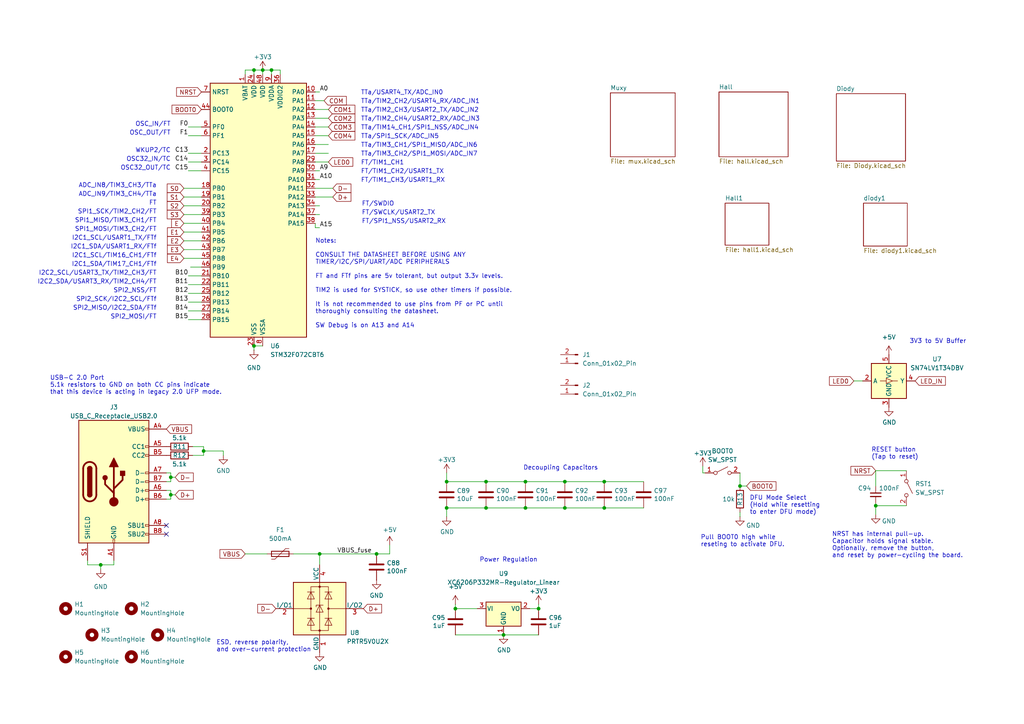
<source format=kicad_sch>
(kicad_sch (version 20231120) (generator "eeschema") (generator_version "8.0")
  (paper "A4")
  (lib_symbols
    (symbol "+5V_1" (power) (pin_names (offset 0))
      (property "Value" "+5V_1" (at 0 3.556 0))
      (symbol "+5V_1_0_1"
        (polyline (pts (xy -0.762 1.27) (xy 0 2.54)))
        (polyline (pts (xy 0 0) (xy 0 2.54)))
        (polyline (pts (xy 0 2.54) (xy 0.762 1.27)))
      )
      (symbol "+5V_1_1_1"
        (pin power_in line (at 0 0 90) (length 0) hide (name "+5V") (number "1"))
      )
    )
    (symbol "Connector:Conn_01x02_Pin" (pin_names (offset 1.016) hide)
      (property "Reference" "J" (at 0 2.54 0))
      (property "Value" "Conn_01x02_Pin" (at 0 -5.08 0))
      (symbol "Conn_01x02_Pin_1_1"
        (polyline (pts (xy 1.27 -2.54) (xy 0.8636 -2.54)) (stroke (width 0.1524)))
        (polyline (pts (xy 1.27 0) (xy 0.8636 0)) (stroke (width 0.1524)))
        (rectangle (start 0.8636 -2.413) (end 0 -2.667) (stroke (width 0.1524)) (fill (type outline)))
        (rectangle (start 0.8636 0.127) (end 0 -0.127) (stroke (width 0.1524)) (fill (type outline)))
        (pin passive line (at 5.08 0 180) (length 3.81) (name "Pin_1") (number "1"))
        (pin passive line (at 5.08 -2.54 180) (length 3.81) (name "Pin_2") (number "2"))
      )
    )
    (symbol "Connector:USB_C_Receptacle_USB2.0" (pin_names (offset 1.016))
      (property "Reference" "J" (at -10.16 19.05 0))
      (property "Value" "USB_C_Receptacle_USB2.0" (at 19.05 19.05 0))
      (symbol "USB_C_Receptacle_USB2.0_0_0"
        (rectangle (start -0.254 -17.78) (end 0.254 -16.764))
        (rectangle (start 10.16 -14.986) (end 9.144 -15.494))
        (rectangle (start 10.16 -12.446) (end 9.144 -12.954))
        (rectangle (start 10.16 -4.826) (end 9.144 -5.334))
        (rectangle (start 10.16 -2.286) (end 9.144 -2.794))
        (rectangle (start 10.16 0.254) (end 9.144 -0.254))
        (rectangle (start 10.16 2.794) (end 9.144 2.286))
        (rectangle (start 10.16 7.874) (end 9.144 7.366))
        (rectangle (start 10.16 10.414) (end 9.144 9.906))
        (rectangle (start 10.16 15.494) (end 9.144 14.986))
      )
      (symbol "USB_C_Receptacle_USB2.0_0_1"
        (rectangle (start -10.16 17.78) (end 10.16 -17.78) (stroke (width 0.254)) (fill (type background)))
        (arc (start -8.89 -3.81) (mid -6.985 -5.7067) (end -5.08 -3.81) (stroke (width 0.508)))
        (arc (start -7.62 -3.81) (mid -6.985 -4.4423) (end -6.35 -3.81) (stroke (width 0.254)))
        (arc (start -7.62 -3.81) (mid -6.985 -4.4423) (end -6.35 -3.81) (stroke (width 0.254)) (fill (type outline)))
        (rectangle (start -7.62 -3.81) (end -6.35 3.81) (stroke (width 0.254)) (fill (type outline)))
        (arc (start -6.35 3.81) (mid -6.985 4.4423) (end -7.62 3.81) (stroke (width 0.254)))
        (arc (start -6.35 3.81) (mid -6.985 4.4423) (end -7.62 3.81) (stroke (width 0.254)) (fill (type outline)))
        (arc (start -5.08 3.81) (mid -6.985 5.7067) (end -8.89 3.81) (stroke (width 0.508)))
        (circle (center -2.54 1.143) (radius 0.635) (stroke (width 0.254)) (fill (type outline)))
        (circle (center 0 -5.842) (radius 1.27) (fill (type outline)))
        (polyline (pts (xy -8.89 -3.81) (xy -8.89 3.81)) (stroke (width 0.508)))
        (polyline (pts (xy -5.08 3.81) (xy -5.08 -3.81)) (stroke (width 0.508)))
        (polyline (pts (xy 0 -5.842) (xy 0 4.318)) (stroke (width 0.508)))
        (polyline (pts (xy 0 -3.302) (xy -2.54 -0.762) (xy -2.54 0.508)) (stroke (width 0.508)))
        (polyline (pts (xy 0 -2.032) (xy 2.54 0.508) (xy 2.54 1.778)) (stroke (width 0.508)))
        (polyline (pts (xy -1.27 4.318) (xy 0 6.858) (xy 1.27 4.318) (xy -1.27 4.318)) (stroke (width 0.254)) (fill (type outline)))
        (rectangle (start 1.905 1.778) (end 3.175 3.048) (stroke (width 0.254)) (fill (type outline)))
      )
      (symbol "USB_C_Receptacle_USB2.0_1_1"
        (pin passive line (at 0 -22.86 90) (length 5.08) (name "GND") (number "A1"))
        (pin passive line (at 0 -22.86 90) (length 5.08) hide (name "GND") (number "A12"))
        (pin passive line (at 15.24 15.24 180) (length 5.08) (name "VBUS") (number "A4"))
        (pin bidirectional line (at 15.24 10.16 180) (length 5.08) (name "CC1") (number "A5"))
        (pin bidirectional line (at 15.24 -2.54 180) (length 5.08) (name "D+") (number "A6"))
        (pin bidirectional line (at 15.24 2.54 180) (length 5.08) (name "D-") (number "A7"))
        (pin bidirectional line (at 15.24 -12.7 180) (length 5.08) (name "SBU1") (number "A8"))
        (pin passive line (at 15.24 15.24 180) (length 5.08) hide (name "VBUS") (number "A9"))
        (pin passive line (at 0 -22.86 90) (length 5.08) hide (name "GND") (number "B1"))
        (pin passive line (at 0 -22.86 90) (length 5.08) hide (name "GND") (number "B12"))
        (pin passive line (at 15.24 15.24 180) (length 5.08) hide (name "VBUS") (number "B4"))
        (pin bidirectional line (at 15.24 7.62 180) (length 5.08) (name "CC2") (number "B5"))
        (pin bidirectional line (at 15.24 -5.08 180) (length 5.08) (name "D+") (number "B6"))
        (pin bidirectional line (at 15.24 0 180) (length 5.08) (name "D-") (number "B7"))
        (pin bidirectional line (at 15.24 -15.24 180) (length 5.08) (name "SBU2") (number "B8"))
        (pin passive line (at 15.24 15.24 180) (length 5.08) hide (name "VBUS") (number "B9"))
        (pin passive line (at -7.62 -22.86 90) (length 5.08) (name "SHIELD") (number "S1"))
      )
    )
    (symbol "Device:C" (pin_numbers hide) (pin_names (offset 0.254))
      (property "Reference" "C" (at 0.635 2.54 0))
      (property "Value" "C" (at 0.635 -2.54 0))
      (symbol "C_0_1"
        (polyline (pts (xy -2.032 -0.762) (xy 2.032 -0.762)) (stroke (width 0.508)))
        (polyline (pts (xy -2.032 0.762) (xy 2.032 0.762)) (stroke (width 0.508)))
      )
      (symbol "C_1_1"
        (pin passive line (at 0 3.81 270) (length 2.794) (name "~") (number "1"))
        (pin passive line (at 0 -3.81 90) (length 2.794) (name "~") (number "2"))
      )
    )
    (symbol "Device:C_Small" (pin_numbers hide) (pin_names (offset 0.254) hide)
      (property "Reference" "C" (at 0.254 1.778 0))
      (property "Value" "C_Small" (at 0.254 -2.032 0))
      (symbol "C_Small_0_1"
        (polyline (pts (xy -1.524 -0.508) (xy 1.524 -0.508)) (stroke (width 0.3302)))
        (polyline (pts (xy -1.524 0.508) (xy 1.524 0.508)) (stroke (width 0.3048)))
      )
      (symbol "C_Small_1_1"
        (pin passive line (at 0 2.54 270) (length 2.032) (name "~") (number "1"))
        (pin passive line (at 0 -2.54 90) (length 2.032) (name "~") (number "2"))
      )
    )
    (symbol "Device:Polyfuse" (pin_numbers hide) (pin_names (offset 0))
      (property "Reference" "F" (at -2.54 0 90))
      (property "Value" "Polyfuse" (at 2.54 0 90))
      (symbol "Polyfuse_0_1"
        (rectangle (start -0.762 2.54) (end 0.762 -2.54) (stroke (width 0.254)))
        (polyline (pts (xy 0 2.54) (xy 0 -2.54)))
        (polyline (pts (xy -1.524 2.54) (xy -1.524 1.524) (xy 1.524 -1.524) (xy 1.524 -2.54)))
      )
      (symbol "Polyfuse_1_1"
        (pin passive line (at 0 3.81 270) (length 1.27) (name "~") (number "1"))
        (pin passive line (at 0 -3.81 90) (length 1.27) (name "~") (number "2"))
      )
    )
    (symbol "Device:R" (pin_numbers hide) (pin_names (offset 0))
      (property "Reference" "R" (at 2.032 0 90))
      (property "Value" "R" (at 0 0 90))
      (symbol "R_0_1"
        (rectangle (start -1.016 -2.54) (end 1.016 2.54) (stroke (width 0.254)))
      )
      (symbol "R_1_1"
        (pin passive line (at 0 3.81 270) (length 1.27) (name "~") (number "1"))
        (pin passive line (at 0 -3.81 90) (length 1.27) (name "~") (number "2"))
      )
    )
    (symbol "Logic_LevelTranslator:SN74LV1T34DBV"
      (property "Reference" "U" (at 5.08 6.35 0))
      (property "Value" "SN74LV1T34DBV" (at 5.08 3.81 0))
      (symbol "SN74LV1T34DBV_0_1"
        (rectangle (start -5.08 5.08) (end 5.08 -5.08) (stroke (width 0.254)) (fill (type background)))
        (polyline (pts (xy -0.762 0) (xy -2.54 0)))
        (polyline (pts (xy 1.016 0) (xy 2.54 0)))
      )
      (symbol "SN74LV1T34DBV_1_1"
        (polyline (pts (xy -0.762 -0.762) (xy -0.762 0.762) (xy 1.016 0) (xy -0.762 -0.762)))
        (pin no_connect line (at -5.08 2.54 0) (length 2.54) hide (name "NC") (number "1"))
        (pin input line (at -7.62 0 0) (length 2.54) (name "A") (number "2"))
        (pin power_in line (at 0 -7.62 90) (length 2.54) (name "GND") (number "3"))
        (pin output line (at 7.62 0 180) (length 2.54) (name "Y") (number "4"))
        (pin power_in line (at 0 7.62 270) (length 2.54) (name "VCC") (number "5"))
      )
    )
    (symbol "MCU_ST_STM32F0:STM32F072CBTx"
      (property "Reference" "U" (at -12.7 39.37 0))
      (property "Value" "STM32F072CBTx" (at 10.16 39.37 0))
      (symbol "STM32F072CBTx_0_1"
        (rectangle (start -12.7 -35.56) (end 15.24 38.1) (stroke (width 0.254)) (fill (type background)))
      )
      (symbol "STM32F072CBTx_1_1"
        (pin power_in line (at -2.54 40.64 270) (length 2.54) (name "VBAT") (number "1"))
        (pin bidirectional line (at 17.78 35.56 180) (length 2.54) (name "PA0") (number "10"))
        (pin bidirectional line (at 17.78 33.02 180) (length 2.54) (name "PA1") (number "11"))
        (pin bidirectional line (at 17.78 30.48 180) (length 2.54) (name "PA2") (number "12"))
        (pin bidirectional line (at 17.78 27.94 180) (length 2.54) (name "PA3") (number "13"))
        (pin bidirectional line (at 17.78 25.4 180) (length 2.54) (name "PA4") (number "14"))
        (pin bidirectional line (at 17.78 22.86 180) (length 2.54) (name "PA5") (number "15"))
        (pin bidirectional line (at 17.78 20.32 180) (length 2.54) (name "PA6") (number "16"))
        (pin bidirectional line (at 17.78 17.78 180) (length 2.54) (name "PA7") (number "17"))
        (pin bidirectional line (at -15.24 7.62 0) (length 2.54) (name "PB0") (number "18"))
        (pin bidirectional line (at -15.24 5.08 0) (length 2.54) (name "PB1") (number "19"))
        (pin bidirectional line (at -15.24 17.78 0) (length 2.54) (name "PC13") (number "2"))
        (pin bidirectional line (at -15.24 2.54 0) (length 2.54) (name "PB2") (number "20"))
        (pin bidirectional line (at -15.24 -17.78 0) (length 2.54) (name "PB10") (number "21"))
        (pin bidirectional line (at -15.24 -20.32 0) (length 2.54) (name "PB11") (number "22"))
        (pin power_in line (at 0 -38.1 90) (length 2.54) (name "VSS") (number "23"))
        (pin power_in line (at 0 40.64 270) (length 2.54) (name "VDD") (number "24"))
        (pin bidirectional line (at -15.24 -22.86 0) (length 2.54) (name "PB12") (number "25"))
        (pin bidirectional line (at -15.24 -25.4 0) (length 2.54) (name "PB13") (number "26"))
        (pin bidirectional line (at -15.24 -27.94 0) (length 2.54) (name "PB14") (number "27"))
        (pin bidirectional line (at -15.24 -30.48 0) (length 2.54) (name "PB15") (number "28"))
        (pin bidirectional line (at 17.78 15.24 180) (length 2.54) (name "PA8") (number "29"))
        (pin bidirectional line (at -15.24 15.24 0) (length 2.54) (name "PC14") (number "3"))
        (pin bidirectional line (at 17.78 12.7 180) (length 2.54) (name "PA9") (number "30"))
        (pin bidirectional line (at 17.78 10.16 180) (length 2.54) (name "PA10") (number "31"))
        (pin bidirectional line (at 17.78 7.62 180) (length 2.54) (name "PA11") (number "32"))
        (pin bidirectional line (at 17.78 5.08 180) (length 2.54) (name "PA12") (number "33"))
        (pin bidirectional line (at 17.78 2.54 180) (length 2.54) (name "PA13") (number "34"))
        (pin passive line (at 0 -38.1 90) (length 2.54) hide (name "VSS") (number "35"))
        (pin power_in line (at 7.62 40.64 270) (length 2.54) (name "VDDIO2") (number "36"))
        (pin bidirectional line (at 17.78 0 180) (length 2.54) (name "PA14") (number "37"))
        (pin bidirectional line (at 17.78 -2.54 180) (length 2.54) (name "PA15") (number "38"))
        (pin bidirectional line (at -15.24 0 0) (length 2.54) (name "PB3") (number "39"))
        (pin bidirectional line (at -15.24 12.7 0) (length 2.54) (name "PC15") (number "4"))
        (pin bidirectional line (at -15.24 -2.54 0) (length 2.54) (name "PB4") (number "40"))
        (pin bidirectional line (at -15.24 -5.08 0) (length 2.54) (name "PB5") (number "41"))
        (pin bidirectional line (at -15.24 -7.62 0) (length 2.54) (name "PB6") (number "42"))
        (pin bidirectional line (at -15.24 -10.16 0) (length 2.54) (name "PB7") (number "43"))
        (pin input line (at -15.24 30.48 0) (length 2.54) (name "BOOT0") (number "44"))
        (pin bidirectional line (at -15.24 -12.7 0) (length 2.54) (name "PB8") (number "45"))
        (pin bidirectional line (at -15.24 -15.24 0) (length 2.54) (name "PB9") (number "46"))
        (pin passive line (at 0 -38.1 90) (length 2.54) hide (name "VSS") (number "47"))
        (pin power_in line (at 2.54 40.64 270) (length 2.54) (name "VDD") (number "48"))
        (pin bidirectional line (at -15.24 25.4 0) (length 2.54) (name "PF0") (number "5"))
        (pin bidirectional line (at -15.24 22.86 0) (length 2.54) (name "PF1") (number "6"))
        (pin input line (at -15.24 35.56 0) (length 2.54) (name "NRST") (number "7"))
        (pin power_in line (at 2.54 -38.1 90) (length 2.54) (name "VSSA") (number "8"))
        (pin power_in line (at 5.08 40.64 270) (length 2.54) (name "VDDA") (number "9"))
      )
    )
    (symbol "Mechanical:MountingHole" (pin_names (offset 1.016)) (exclude_from_sim yes) (in_bom no)
      (property "Reference" "H" (at 0 5.08 0))
      (property "Value" "MountingHole" (at 0 3.175 0))
      (symbol "MountingHole_0_1"
        (circle (center 0 0) (radius 1.27) (stroke (width 1.27)))
      )
    )
    (symbol "Power_Protection:PRTR5V0U2X" (pin_names (offset 0))
      (property "Reference" "D" (at 2.794 8.636 0))
      (property "Value" "PRTR5V0U2X" (at 8.128 -9.398 0))
      (symbol "PRTR5V0U2X_0_1"
        (rectangle (start -7.62 -7.62) (end 7.62 7.62) (stroke (width 0.254)) (fill (type background)))
        (circle (center -2.54 0) (radius 0.254) (fill (type outline)))
        (rectangle (start -2.54 6.35) (end 2.54 -6.35))
        (circle (center 0 -6.35) (radius 0.254) (fill (type outline)))
        (polyline (pts (xy -2.54 0) (xy -7.62 0)))
        (polyline (pts (xy -1.524 -2.794) (xy -3.556 -2.794)))
        (polyline (pts (xy -1.524 4.826) (xy -3.556 4.826)))
        (polyline (pts (xy 0 -7.62) (xy 0 7.62)))
        (polyline (pts (xy 1.524 -2.794) (xy 3.556 -2.794)))
        (polyline (pts (xy 1.524 4.826) (xy 3.556 4.826)))
        (polyline (pts (xy 2.54 0) (xy 7.62 0)))
        (polyline (pts (xy 1.016 1.016) (xy -1.016 1.016) (xy -1.016 0.508)))
        (polyline (pts (xy -3.556 -4.826) (xy -1.524 -4.826) (xy -2.54 -2.794) (xy -3.556 -4.826)))
        (polyline (pts (xy -3.556 2.794) (xy -1.524 2.794) (xy -2.54 4.826) (xy -3.556 2.794)))
        (polyline (pts (xy -1.016 -1.016) (xy 1.016 -1.016) (xy 0 1.016) (xy -1.016 -1.016)))
        (polyline (pts (xy 3.556 -4.826) (xy 1.524 -4.826) (xy 2.54 -2.794) (xy 3.556 -4.826)))
        (polyline (pts (xy 3.556 2.794) (xy 1.524 2.794) (xy 2.54 4.826) (xy 3.556 2.794)))
        (circle (center 0 6.35) (radius 0.254) (fill (type outline)))
        (circle (center 2.54 0) (radius 0.254) (fill (type outline)))
      )
      (symbol "PRTR5V0U2X_1_1"
        (pin passive line (at 0 -12.7 90) (length 5.08) (name "GND") (number "1"))
        (pin passive line (at -12.7 0 0) (length 5.08) (name "I/O1") (number "2"))
        (pin passive line (at 12.7 0 180) (length 5.08) (name "I/O2") (number "3"))
        (pin passive line (at 0 12.7 270) (length 5.08) (name "VCC") (number "4"))
      )
    )
    (symbol "Switch:SW_SPST" (pin_names (offset 0) hide)
      (property "Reference" "SW" (at 0 3.175 0))
      (property "Value" "SW_SPST" (at 0 -2.54 0))
      (symbol "SW_SPST_0_0"
        (circle (center -2.032 0) (radius 0.508))
        (polyline (pts (xy -1.524 0.254) (xy 1.524 1.778)))
        (circle (center 2.032 0) (radius 0.508))
      )
      (symbol "SW_SPST_1_1"
        (pin passive line (at -5.08 0 0) (length 2.54) (name "A") (number "1"))
        (pin passive line (at 5.08 0 180) (length 2.54) (name "B") (number "2"))
      )
    )
    (symbol "kicad-keyboard-parts:XC6206PxxxMR-Regulator_Linear" (pin_names (offset 0.254))
      (property "Reference" "U" (at -3.81 3.175 0))
      (property "Value" "XC6206PxxxMR-Regulator_Linear" (at 0 3.175 0))
      (property "LCSC" "C5446" (at 0 0 0))
      (symbol "XC6206PxxxMR-Regulator_Linear_0_1"
        (rectangle (start -5.08 1.905) (end 5.08 -5.08) (stroke (width 0.254)) (fill (type background)))
      )
      (symbol "XC6206PxxxMR-Regulator_Linear_1_1"
        (pin power_in line (at 0 -7.62 90) (length 2.54) (name "GND") (number "1"))
        (pin power_out line (at 7.62 0 180) (length 2.54) (name "VO") (number "2"))
        (pin power_in line (at -7.62 0 0) (length 2.54) (name "VI") (number "3"))
      )
    )
    (symbol "power:+3V3" (power) (pin_names (offset 0))
      (property "Value" "+3V3" (at 0 3.556 0))
      (symbol "+3V3_0_1"
        (polyline (pts (xy -0.762 1.27) (xy 0 2.54)))
        (polyline (pts (xy 0 0) (xy 0 2.54)))
        (polyline (pts (xy 0 2.54) (xy 0.762 1.27)))
      )
      (symbol "+3V3_1_1"
        (pin power_in line (at 0 0 90) (length 0) hide (name "+3V3") (number "1"))
      )
    )
    (symbol "power:+5V" (power) (pin_numbers hide) (pin_names (offset 0) hide)
      (property "Value" "+5V" (at 0 3.556 0))
      (symbol "+5V_0_1"
        (polyline (pts (xy -0.762 1.27) (xy 0 2.54)))
        (polyline (pts (xy 0 0) (xy 0 2.54)))
        (polyline (pts (xy 0 2.54) (xy 0.762 1.27)))
      )
      (symbol "+5V_1_1"
        (pin power_in line (at 0 0 90) (length 0) (name "~") (number "1"))
      )
    )
    (symbol "power:GND" (power) (pin_numbers hide) (pin_names (offset 0) hide)
      (property "Value" "GND" (at 0 -3.81 0))
      (symbol "GND_0_1"
        (polyline (pts (xy 0 0) (xy 0 -1.27) (xy 1.27 -1.27) (xy 0 -2.54) (xy -1.27 -1.27) (xy 0 -1.27)))
      )
      (symbol "GND_1_1"
        (pin power_in line (at 0 0 270) (length 0) (name "~") (number "1"))
      )
    )
  )
  (junction (at 49.53 143.51))
  (junction (at 29.21 163.83))
  (junction (at 129.54 139.7))
  (junction (at 132.08 176.53))
  (junction (at 156.21 176.53))
  (junction (at 254 146.685))
  (junction (at 78.74 20.32))
  (junction (at 214.63 140.97))
  (junction (at 49.53 138.43))
  (junction (at 73.66 20.32))
  (junction (at 109.22 160.655))
  (junction (at 92.71 160.655))
  (junction (at 59.055 130.81))
  (junction (at 152.4 139.7))
  (junction (at 163.83 147.32))
  (junction (at 140.97 147.32))
  (junction (at 129.54 147.32))
  (junction (at 175.26 139.7))
  (junction (at 73.66 100.33))
  (junction (at 140.97 139.7))
  (junction (at 175.26 147.32))
  (junction (at 76.2 20.32))
  (junction (at 146.05 184.15))
  (junction (at 152.4 147.32))
  (junction (at 163.83 139.7))
  (no_connect (at 48.26 154.94))
  (no_connect (at 48.26 152.4))
  (wire (pts (xy 254 146.685) (xy 254 146.05)))
  (wire (pts (xy 71.12 160.655) (xy 77.47 160.655)))
  (wire (pts (xy 96.52 54.61) (xy 91.44 54.61)))
  (wire (pts (xy 91.44 44.45) (xy 95.25 44.45)))
  (wire (pts (xy 214.63 140.97) (xy 216.535 140.97)))
  (wire (pts (xy 55.88 132.08) (xy 59.055 132.08)))
  (wire (pts (xy 29.21 163.83) (xy 33.02 163.83)))
  (wire (pts (xy 254 149.225) (xy 254 146.685)))
  (wire (pts (xy 214.63 148.59) (xy 214.63 149.86)))
  (wire (pts (xy 54.61 39.37) (xy 58.42 39.37)))
  (wire (pts (xy 71.12 20.32) (xy 73.66 20.32)))
  (wire (pts (xy 91.44 36.83) (xy 95.25 36.83)))
  (wire (pts (xy 53.34 54.61) (xy 58.42 54.61)))
  (wire (pts (xy 59.055 132.08) (xy 59.055 130.81)))
  (wire (pts (xy 91.44 39.37) (xy 95.25 39.37)))
  (wire (pts (xy 54.61 46.99) (xy 58.42 46.99)))
  (wire (pts (xy 81.28 20.32) (xy 81.28 21.59)))
  (wire (pts (xy 153.67 176.53) (xy 156.21 176.53)))
  (wire (pts (xy 53.34 57.15) (xy 58.42 57.15)))
  (wire (pts (xy 152.4 139.7) (xy 140.97 139.7)))
  (wire (pts (xy 76.2 20.32) (xy 76.2 21.59)))
  (wire (pts (xy 49.53 138.43) (xy 49.53 139.7)))
  (wire (pts (xy 71.12 20.32) (xy 71.12 21.59)))
  (wire (pts (xy 132.08 176.53) (xy 138.43 176.53)))
  (wire (pts (xy 49.53 137.16) (xy 49.53 138.43)))
  (wire (pts (xy 203.835 137.16) (xy 203.835 135.255)))
  (wire (pts (xy 54.61 36.83) (xy 58.42 36.83)))
  (wire (pts (xy 129.54 149.86) (xy 129.54 147.32)))
  (wire (pts (xy 156.21 175.26) (xy 156.21 176.53)))
  (wire (pts (xy 92.71 160.655) (xy 109.22 160.655)))
  (wire (pts (xy 54.61 87.63) (xy 58.42 87.63)))
  (wire (pts (xy 92.71 49.53) (xy 91.44 49.53)))
  (wire (pts (xy 163.83 147.32) (xy 175.26 147.32)))
  (wire (pts (xy 175.26 147.32) (xy 186.69 147.32)))
  (wire (pts (xy 64.77 130.81) (xy 64.77 132.08)))
  (wire (pts (xy 254 136.525) (xy 254 140.97)))
  (wire (pts (xy 91.44 31.75) (xy 95.25 31.75)))
  (wire (pts (xy 49.53 142.24) (xy 49.53 143.51)))
  (wire (pts (xy 91.44 46.99) (xy 95.25 46.99)))
  (wire (pts (xy 91.44 34.29) (xy 95.25 34.29)))
  (wire (pts (xy 109.22 160.655) (xy 113.03 160.655)))
  (wire (pts (xy 140.97 139.7) (xy 129.54 139.7)))
  (wire (pts (xy 140.97 147.32) (xy 129.54 147.32)))
  (wire (pts (xy 91.44 66.04) (xy 91.44 64.77)))
  (wire (pts (xy 53.34 59.69) (xy 58.42 59.69)))
  (wire (pts (xy 152.4 147.32) (xy 140.97 147.32)))
  (wire (pts (xy 146.05 184.15) (xy 132.08 184.15)))
  (wire (pts (xy 53.34 64.77) (xy 58.42 64.77)))
  (wire (pts (xy 92.71 52.07) (xy 91.44 52.07)))
  (wire (pts (xy 152.4 147.32) (xy 163.83 147.32)))
  (wire (pts (xy 78.74 20.32) (xy 78.74 21.59)))
  (wire (pts (xy 250.19 110.49) (xy 247.65 110.49)))
  (wire (pts (xy 91.44 57.15) (xy 96.52 57.15)))
  (wire (pts (xy 254 136.525) (xy 262.89 136.525)))
  (wire (pts (xy 48.26 144.78) (xy 49.53 144.78)))
  (wire (pts (xy 152.4 139.7) (xy 163.83 139.7)))
  (wire (pts (xy 113.03 158.115) (xy 113.03 160.655)))
  (wire (pts (xy 53.34 62.23) (xy 58.42 62.23)))
  (wire (pts (xy 73.66 20.32) (xy 76.2 20.32)))
  (wire (pts (xy 59.055 130.81) (xy 64.77 130.81)))
  (wire (pts (xy 92.71 59.69) (xy 91.44 59.69)))
  (wire (pts (xy 53.34 69.85) (xy 58.42 69.85)))
  (wire (pts (xy 163.83 139.7) (xy 175.26 139.7)))
  (wire (pts (xy 73.66 101.6) (xy 73.66 100.33)))
  (wire (pts (xy 92.71 160.655) (xy 92.71 163.83)))
  (wire (pts (xy 48.26 142.24) (xy 49.53 142.24)))
  (wire (pts (xy 49.53 144.78) (xy 49.53 143.51)))
  (wire (pts (xy 25.4 163.83) (xy 29.21 163.83)))
  (wire (pts (xy 59.055 130.81) (xy 59.055 129.54)))
  (wire (pts (xy 91.44 29.21) (xy 93.98 29.21)))
  (wire (pts (xy 73.66 100.33) (xy 76.2 100.33)))
  (wire (pts (xy 78.74 20.32) (xy 81.28 20.32)))
  (wire (pts (xy 25.4 162.56) (xy 25.4 163.83)))
  (wire (pts (xy 53.34 72.39) (xy 58.42 72.39)))
  (wire (pts (xy 78.74 20.32) (xy 76.2 20.32)))
  (wire (pts (xy 92.71 26.67) (xy 91.44 26.67)))
  (wire (pts (xy 54.61 80.01) (xy 58.42 80.01)))
  (wire (pts (xy 92.71 62.23) (xy 91.44 62.23)))
  (wire (pts (xy 85.09 160.655) (xy 92.71 160.655)))
  (wire (pts (xy 54.61 44.45) (xy 58.42 44.45)))
  (wire (pts (xy 48.26 139.7) (xy 49.53 139.7)))
  (wire (pts (xy 254 146.685) (xy 262.89 146.685)))
  (wire (pts (xy 49.53 143.51) (xy 50.8 143.51)))
  (wire (pts (xy 54.61 92.71) (xy 58.42 92.71)))
  (wire (pts (xy 132.08 175.26) (xy 132.08 176.53)))
  (wire (pts (xy 73.66 20.32) (xy 73.66 21.59)))
  (wire (pts (xy 204.47 137.16) (xy 203.835 137.16)))
  (wire (pts (xy 54.61 82.55) (xy 58.42 82.55)))
  (wire (pts (xy 53.34 67.31) (xy 58.42 67.31)))
  (wire (pts (xy 214.63 137.16) (xy 214.63 140.97)))
  (wire (pts (xy 54.61 85.09) (xy 58.42 85.09)))
  (wire (pts (xy 175.26 139.7) (xy 186.69 139.7)))
  (wire (pts (xy 49.53 138.43) (xy 50.8 138.43)))
  (wire (pts (xy 29.21 165.1) (xy 29.21 163.83)))
  (wire (pts (xy 55.245 77.47) (xy 58.42 77.47)))
  (wire (pts (xy 53.34 74.93) (xy 58.42 74.93)))
  (wire (pts (xy 146.05 184.15) (xy 156.21 184.15)))
  (wire (pts (xy 55.88 129.54) (xy 59.055 129.54)))
  (wire (pts (xy 33.02 163.83) (xy 33.02 162.56)))
  (wire (pts (xy 54.61 90.17) (xy 58.42 90.17)))
  (wire (pts (xy 48.26 137.16) (xy 49.53 137.16)))
  (wire (pts (xy 92.71 66.04) (xy 91.44 66.04)))
  (wire (pts (xy 54.61 49.53) (xy 58.42 49.53)))
  (wire (pts (xy 91.44 41.91) (xy 95.25 41.91)))
  (wire (pts (xy 129.54 137.16) (xy 129.54 139.7)))
  (text "TTa/SPI1_SCK/ADC_IN5" (at 104.648 40.386 0) (effects (font (size 1.27 1.27)) (justify left bottom)))
  (text "SPI2_MOSI/FT" (at 45.466 92.71 0) (effects (font (size 1.27 1.27)) (justify right bottom)))
  (text "TTa/USART4_TX/ADC_IN0" (at 104.648 27.686 0) (effects (font (size 1.27 1.27)) (justify left bottom)))
  (text "ADC_IN9/TIM3_CH4/TTa" (at 45.466 57.15 0) (effects (font (size 1.27 1.27)) (justify right bottom)))
  (text "TTa/TIM3_CH1/SPI1_MISO/ADC_IN6" (at 104.648 42.926 0) (effects (font (size 1.27 1.27)) (justify left bottom)))
  (text "3V3 to 5V Buffer" (at 272.034 99.06 0) (effects (font (size 1.27 1.27))))
  (text "I2C1_SDA/TIM17_CH1/FTf" (at 45.466 77.47 0) (effects (font (size 1.27 1.27)) (justify right bottom)))
  (text "WKUP2/TC" (at 49.53 44.45 0) (effects (font (size 1.27 1.27)) (justify right bottom)))
  (text "Notes:\n\nCONSULT THE DATASHEET BEFORE USING ANY \nTIMER/I2C/SPI/UART/ADC PERIPHERALS\n\nFT and FTf pins are 5v tolerant, but output 3.3v levels.\n\nTIM2 is used for SYSTICK, so use other timers if possible.\n\nIt is not recommended to use pins from PF or PC until\nthoroughly consulting the datasheet.\n\nSW Debug is on A13 and A14" (at 91.44 95.25 0) (effects (font (size 1.27 1.27)) (justify left bottom)))
  (text "TTa/TIM2_CH3/USART2_TX/ADC_IN2" (at 104.648 32.766 0) (effects (font (size 1.27 1.27)) (justify left bottom)))
  (text "FT" (at 45.466 59.69 0) (effects (font (size 1.27 1.27)) (justify right bottom)))
  (text "I2C2_SDA/USART3_RX/TIM2_CH4/FT" (at 45.466 82.55 0) (effects (font (size 1.27 1.27)) (justify right bottom)))
  (text "SPI2_NSS/FT" (at 45.466 85.09 0) (effects (font (size 1.27 1.27)) (justify right bottom)))
  (text "TTa/TIM3_CH2/SPI1_MOSI/ADC_IN7" (at 104.648 45.466 0) (effects (font (size 1.27 1.27)) (justify left bottom)))
  (text "SPI1_SCK/TIM2_CH2/FT" (at 45.466 62.23 0) (effects (font (size 1.27 1.27)) (justify right bottom)))
  (text "TTa/TIM2_CH2/USART4_RX/ADC_IN1" (at 104.648 30.226 0) (effects (font (size 1.27 1.27)) (justify left bottom)))
  (text "Decoupling Capacitors" (at 151.765 136.525 0) (effects (font (size 1.27 1.27)) (justify left bottom)))
  (text "FT/TIM1_CH2/USART1_TX" (at 104.648 50.546 0) (effects (font (size 1.27 1.27)) (justify left bottom)))
  (text "Pull BOOT0 high while \nreseting to activate DFU." (at 203.2 158.75 0) (effects (font (size 1.27 1.27)) (justify left bottom)))
  (text "SPI2_SCK/I2C2_SCL/FTf" (at 45.466 87.63 0) (effects (font (size 1.27 1.27)) (justify right bottom)))
  (text "FT/SPI1_NSS/USART2_RX" (at 104.902 65.024 0) (effects (font (size 1.27 1.27)) (justify left bottom)))
  (text "SPI1_MISO/TIM3_CH1/FT" (at 45.466 64.77 0) (effects (font (size 1.27 1.27)) (justify right bottom)))
  (text "FT/SWDIO" (at 104.902 59.944 0) (effects (font (size 1.27 1.27)) (justify left bottom)))
  (text "ADC_IN8/TIM3_CH3/TTa" (at 45.466 54.61 0) (effects (font (size 1.27 1.27)) (justify right bottom)))
  (text "DFU Mode Select\n(Hold while resetting\nto enter DFU mode)" (at 217.424 149.352 0) (effects (font (size 1.27 1.27)) (justify left bottom)))
  (text "I2C1_SCL/TIM16_CH1/FTf" (at 45.466 74.93 0) (effects (font (size 1.27 1.27)) (justify right bottom)))
  (text "FT/TIM1_CH1" (at 104.648 48.006 0) (effects (font (size 1.27 1.27)) (justify left bottom)))
  (text "ESD, reverse polarity,\nand over-current protection" (at 62.738 189.23 0) (effects (font (size 1.27 1.27)) (justify left bottom)))
  (text "OSC_OUT/FT" (at 49.53 39.37 0) (effects (font (size 1.27 1.27)) (justify right bottom)))
  (text "NRST has internal pull-up.\nCapacitor holds signal stable.\nOptionally, remove the button,\nand reset by power-cycling the board." (at 241.3 161.925 0) (effects (font (size 1.27 1.27)) (justify left bottom)))
  (text "I2C1_SCL/USART1_TX/FTf" (at 45.466 69.85 0) (effects (font (size 1.27 1.27)) (justify right bottom)))
  (text "I2C1_SDA/USART1_RX/FTf" (at 45.466 72.39 0) (effects (font (size 1.27 1.27)) (justify right bottom)))
  (text "SPI1_MOSI/TIM3_CH2/FT" (at 45.466 67.31 0) (effects (font (size 1.27 1.27)) (justify right bottom)))
  (text "Power Regulation" (at 139.065 163.195 0) (effects (font (size 1.27 1.27)) (justify left bottom)))
  (text "FT/TIM1_CH3/USART1_RX" (at 104.648 53.086 0) (effects (font (size 1.27 1.27)) (justify left bottom)))
  (text "USB-C 2.0 Port\n5.1k resistors to GND on both CC pins indicate\nthat this device is acting in legacy 2.0 UFP mode." (at 14.478 114.554 0) (effects (font (size 1.27 1.27)) (justify left bottom)))
  (text "SPI2_MISO/I2C2_SDA/FTf" (at 45.466 90.17 0) (effects (font (size 1.27 1.27)) (justify right bottom)))
  (text "OSC_IN/FT" (at 49.53 36.83 0) (effects (font (size 1.27 1.27)) (justify right bottom)))
  (text "RESET button\n(Tap to reset)" (at 252.73 133.35 0) (effects (font (size 1.27 1.27)) (justify left bottom)))
  (text "I2C2_SCL/USART3_TX/TIM2_CH3/FT" (at 45.466 80.01 0) (effects (font (size 1.27 1.27)) (justify right bottom)))
  (text "OSC32_IN/TC" (at 49.53 46.99 0) (effects (font (size 1.27 1.27)) (justify right bottom)))
  (text "OSC32_OUT/TC" (at 49.53 49.53 0) (effects (font (size 1.27 1.27)) (justify right bottom)))
  (text "TTa/TIM2_CH4/USART2_RX/ADC_IN3" (at 104.648 35.306 0) (effects (font (size 1.27 1.27)) (justify left bottom)))
  (text "FT/SWCLK/USART2_TX" (at 104.902 62.484 0) (effects (font (size 1.27 1.27)) (justify left bottom)))
  (text "TTa/TIM14_CH1/SPI1_NSS/ADC_IN4" (at 104.648 37.846 0) (effects (font (size 1.27 1.27)) (justify left bottom)))
  (label "C15" (at 54.61 49.53 180))
  (label "C14" (at 54.61 46.99 180))
  (label "B10" (at 54.61 80.01 180))
  (label "A15" (at 92.71 66.04 0))
  (label "C13" (at 54.61 44.45 180))
  (label "A9" (at 92.71 49.53 0))
  (label "B15" (at 54.61 92.71 180))
  (label "B12" (at 54.61 85.09 180))
  (label "F1" (at 54.61 39.37 180))
  (label "B14" (at 54.61 90.17 180))
  (label "B13" (at 54.61 87.63 180))
  (label "VBUS_fuse" (at 97.79 160.655 0))
  (label "A0" (at 92.71 26.67 0))
  (label "F0" (at 54.61 36.83 180))
  (label "B11" (at 54.61 82.55 180))
  (label "A10" (at 92.71 52.07 0))
  (global_label "E1" (shape input) (at 53.34 67.31 180) (property "Intersheetrefs" "${INTERSHEET_REFS}" (effects (hide yes))))
  (global_label "S1" (shape input) (at 53.34 57.15 180) (property "Intersheetrefs" "${INTERSHEET_REFS}" (effects (hide yes))))
  (global_label "D+" (shape input) (at 50.8 143.51 0) (property "Intersheetrefs" "${INTERSHEET_REFS}" (effects (hide yes))))
  (global_label "E4" (shape input) (at 53.34 74.93 180) (property "Intersheetrefs" "${INTERSHEET_REFS}" (effects (hide yes))))
  (global_label "NRST" (shape input) (at 58.42 26.67 180) (property "Intersheetrefs" "${INTERSHEET_REFS}" (effects (hide yes))))
  (global_label "LED_IN" (shape input) (at 265.43 110.49 0) (property "Intersheetrefs" "${INTERSHEET_REFS}" (effects (hide yes))))
  (global_label "COM2" (shape input) (at 95.25 34.29 0) (property "Intersheetrefs" "${INTERSHEET_REFS}" (effects (hide yes))))
  (global_label "S2" (shape input) (at 53.34 59.69 180) (property "Intersheetrefs" "${INTERSHEET_REFS}" (effects (hide yes))))
  (global_label "COM" (shape input) (at 93.98 29.21 0) (property "Intersheetrefs" "${INTERSHEET_REFS}" (effects (hide yes))))
  (global_label "COM4" (shape input) (at 95.25 39.37 0) (property "Intersheetrefs" "${INTERSHEET_REFS}" (effects (hide yes))))
  (global_label "VBUS" (shape input) (at 48.26 124.46 0) (property "Intersheetrefs" "${INTERSHEET_REFS}" (effects (hide yes))))
  (global_label "D+" (shape input) (at 96.52 57.15 0) (property "Intersheetrefs" "${INTERSHEET_REFS}" (effects (hide yes))))
  (global_label "COM3" (shape input) (at 95.25 36.83 0) (property "Intersheetrefs" "${INTERSHEET_REFS}" (effects (hide yes))))
  (global_label "LED0" (shape input) (at 247.65 110.49 180) (property "Intersheetrefs" "${INTERSHEET_REFS}" (effects (hide yes))))
  (global_label "D-" (shape input) (at 80.01 176.53 180) (property "Intersheetrefs" "${INTERSHEET_REFS}" (effects (hide yes))))
  (global_label "COM1" (shape input) (at 95.25 31.75 0) (property "Intersheetrefs" "${INTERSHEET_REFS}" (effects (hide yes))))
  (global_label "S0" (shape input) (at 53.34 54.61 180) (property "Intersheetrefs" "${INTERSHEET_REFS}" (effects (hide yes))))
  (global_label "D+" (shape input) (at 105.41 176.53 0) (property "Intersheetrefs" "${INTERSHEET_REFS}" (effects (hide yes))))
  (global_label "S3" (shape input) (at 53.34 62.23 180) (property "Intersheetrefs" "${INTERSHEET_REFS}" (effects (hide yes))))
  (global_label "D-" (shape input) (at 96.52 54.61 0) (property "Intersheetrefs" "${INTERSHEET_REFS}" (effects (hide yes))))
  (global_label "D-" (shape input) (at 50.8 138.43 0) (property "Intersheetrefs" "${INTERSHEET_REFS}" (effects (hide yes))))
  (global_label "E2" (shape input) (at 53.34 69.85 180) (property "Intersheetrefs" "${INTERSHEET_REFS}" (effects (hide yes))))
  (global_label "VBUS" (shape input) (at 71.12 160.655 180) (property "Intersheetrefs" "${INTERSHEET_REFS}" (effects (hide yes))))
  (global_label "BOOT0" (shape input) (at 58.42 31.75 180) (property "Intersheetrefs" "${INTERSHEET_REFS}" (effects (hide yes))))
  (global_label "E3" (shape input) (at 53.34 72.39 180) (property "Intersheetrefs" "${INTERSHEET_REFS}" (effects (hide yes))))
  (global_label "LED0" (shape input) (at 95.25 46.99 0) (property "Intersheetrefs" "${INTERSHEET_REFS}" (effects (hide yes))))
  (global_label "BOOT0" (shape input) (at 216.535 140.97 0) (property "Intersheetrefs" "${INTERSHEET_REFS}" (effects (hide yes))))
  (global_label "E" (shape input) (at 53.34 64.77 180) (property "Intersheetrefs" "${INTERSHEET_REFS}" (effects (hide yes))))
  (global_label "NRST" (shape input) (at 254 136.525 180) (property "Intersheetrefs" "${INTERSHEET_REFS}" (effects (hide yes))))
  (symbol (lib_id "power:GND") (at 73.66 101.6 0) (unit 1)
    (property "Reference" "#PWR0167" (effects (hide yes)))
    (property "Value" "GND" (at 73.66 106.68 0))
  )
  (symbol (lib_id "Device:C") (at 109.22 164.465 0) (unit 1)
    (property "Reference" "C88" (at 112.141 163.2966 0) (effects (justify left)))
    (property "Value" "100nF" (at 112.141 165.608 0) (effects (justify left)))
    (property "Footprint" "Capacitor_SMD:C_0402_1005Metric" (effects (hide yes)))
    (property "LCSC" "C307331" (effects (hide yes)))
  )
  (symbol (lib_id "Device:C") (at 163.83 143.51 0) (unit 1)
    (property "Reference" "C92" (at 166.751 142.3416 0) (effects (justify left)))
    (property "Value" "100nF" (at 166.751 144.653 0) (effects (justify left)))
    (property "Footprint" "Capacitor_SMD:C_0402_1005Metric" (effects (hide yes)))
    (property "LCSC" "C307331" (effects (hide yes)))
  )
  (symbol (lib_id "Connector:Conn_01x02_Pin") (at 167.64 105.41 180) (unit 1)
    (property "Reference" "J1" (at 168.91 102.8699 0) (effects (justify right)))
    (property "Value" "Conn_01x02_Pin" (at 168.91 105.4099 0) (effects (justify right)))
    (property "Footprint" "MountingHole:MountingHole_2.2mm_M2_ISO7380_Pad" (effects (hide yes)))
    (property "Description" "Generic connector, single row, 01x02, script generated" (effects (hide yes)))
  )
  (symbol (lib_id "Device:R") (at 214.63 144.78 0) (unit 1)
    (property "Reference" "R13" (at 214.63 144.78 90))
    (property "Value" "10k" (at 211.328 144.78 0))
    (property "Footprint" "Resistor_SMD:R_0402_1005Metric" (effects (hide yes)))
  )
  (symbol (lib_name "+5V_1") (lib_id "power:+5V") (at 113.03 158.115 0) (unit 1)
    (property "Reference" "#PWR0173" (effects (hide yes)))
    (property "Value" "+5V" (at 113.03 153.67 0))
  )
  (symbol (lib_id "power:GND") (at 129.54 149.86 0) (unit 1)
    (property "Reference" "#PWR0176" (effects (hide yes)))
    (property "Value" "GND" (at 129.667 154.2542 0))
  )
  (symbol (lib_id "Device:C") (at 186.69 143.51 0) (unit 1)
    (property "Reference" "C97" (at 189.611 142.3416 0) (effects (justify left)))
    (property "Value" "100nF" (at 189.611 144.653 0) (effects (justify left)))
    (property "Footprint" "Capacitor_SMD:C_0402_1005Metric" (effects (hide yes)))
    (property "LCSC" "C307331" (effects (hide yes)))
  )
  (symbol (lib_id "Device:C") (at 129.54 143.51 0) (unit 1)
    (property "Reference" "C89" (at 132.461 142.3416 0) (effects (justify left)))
    (property "Value" "10uF" (at 132.461 144.653 0) (effects (justify left)))
    (property "Footprint" "Capacitor_SMD:C_0603_1608Metric" (effects (hide yes)))
    (property "LCSC" "C307331" (effects (hide yes)))
  )
  (symbol (lib_id "Switch:SW_SPST") (at 262.89 141.605 270) (unit 1)
    (property "Reference" "RST1" (at 265.43 140.3349 90) (effects (justify left)))
    (property "Value" "SW_SPST" (at 265.43 142.8749 90) (effects (justify left)))
    (property "Footprint" "Button_Switch_SMD:SW_SPST_B3U-1000P" (effects (hide yes)))
  )
  (symbol (lib_id "power:+5V") (at 132.08 175.26 0) (unit 1)
    (property "Reference" "#PWR0172" (effects (hide yes)))
    (property "Value" "+5V" (at 132.08 170.18 0))
  )
  (symbol (lib_id "Mechanical:MountingHole") (at 26.67 184.15 0) (unit 1) (exclude_from_sim yes) (in_bom no)
    (property "Reference" "H3" (at 29.21 182.8799 0) (effects (justify left)))
    (property "Value" "MountingHole" (at 29.21 185.4199 0) (effects (justify left)))
    (property "Footprint" "MountingHole:MountingHole_2.2mm_M2_ISO7380_Pad" (effects (hide yes)))
    (property "Description" "Mounting Hole without connection" (effects (hide yes)))
  )
  (symbol (lib_id "Mechanical:MountingHole") (at 19.05 176.53 0) (unit 1) (exclude_from_sim yes) (in_bom no)
    (property "Reference" "H1" (at 21.59 175.2599 0) (effects (justify left)))
    (property "Value" "MountingHole" (at 21.59 177.7999 0) (effects (justify left)))
    (property "Footprint" "MountingHole:MountingHole_2.2mm_M2_ISO7380_Pad" (effects (hide yes)))
    (property "Description" "Mounting Hole without connection" (effects (hide yes)))
  )
  (symbol (lib_id "Device:C_Small") (at 254 143.51 0) (mirror y) (unit 1)
    (property "Reference" "C94" (at 252.73 141.605 0) (effects (justify left)))
    (property "Value" "100nF" (at 260.985 141.605 0) (effects (justify left)))
    (property "Footprint" "Capacitor_SMD:C_0402_1005Metric" (effects (hide yes)))
    (property "LCSC" "C307331" (effects (hide yes)))
  )
  (symbol (lib_id "Device:C") (at 156.21 180.34 0) (unit 1)
    (property "Reference" "C96" (at 159.131 179.1716 0) (effects (justify left)))
    (property "Value" "1uF" (at 159.131 181.483 0) (effects (justify left)))
    (property "Footprint" "Capacitor_SMD:C_0402_1005Metric" (effects (hide yes)))
    (property "LCSC" "C307331" (effects (hide yes)))
  )
  (symbol (lib_id "Mechanical:MountingHole") (at 38.1 190.5 0) (unit 1) (exclude_from_sim yes) (in_bom no)
    (property "Reference" "H6" (at 40.64 189.2299 0) (effects (justify left)))
    (property "Value" "MountingHole" (at 40.64 191.7699 0) (effects (justify left)))
    (property "Footprint" "MountingHole:MountingHole_2.2mm_M2_ISO7380_Pad" (effects (hide yes)))
    (property "Description" "Mounting Hole without connection" (effects (hide yes)))
  )
  (symbol (lib_id "power:GND") (at 254 149.225 0) (mirror y) (unit 1)
    (property "Reference" "#PWR0177" (effects (hide yes)))
    (property "Value" "GND" (at 257.81 151.13 0))
  )
  (symbol (lib_id "Device:Polyfuse") (at 81.28 160.655 90) (unit 1)
    (property "Reference" "F1" (at 81.28 153.67 90))
    (property "Value" "500mA" (at 81.28 156.21 90))
    (property "Footprint" "Fuse:Fuse_1206_3216Metric" (effects (hide yes)))
    (property "LCSC" "C135341" (effects (hide yes)))
  )
  (symbol (lib_id "power:GND") (at 146.05 184.15 0) (unit 1)
    (property "Reference" "#PWR0175" (effects (hide yes)))
    (property "Value" "GND" (at 146.177 188.5442 0))
  )
  (symbol (lib_id "power:GND") (at 29.21 165.1 0) (unit 1)
    (property "Reference" "#PWR0165" (effects (hide yes)))
    (property "Value" "GND" (at 29.21 170.18 0))
  )
  (symbol (lib_id "Device:C") (at 132.08 180.34 0) (mirror y) (unit 1)
    (property "Reference" "C95" (at 129.159 179.1716 0) (effects (justify left)))
    (property "Value" "1uF" (at 129.159 181.483 0) (effects (justify left)))
    (property "Footprint" "Capacitor_SMD:C_0402_1005Metric" (effects (hide yes)))
    (property "LCSC" "C307331" (effects (hide yes)))
  )
  (symbol (lib_id "Device:C") (at 175.26 143.51 0) (unit 1)
    (property "Reference" "C93" (at 178.181 142.3416 0) (effects (justify left)))
    (property "Value" "100nF" (at 178.181 144.653 0) (effects (justify left)))
    (property "Footprint" "Capacitor_SMD:C_0402_1005Metric" (effects (hide yes)))
    (property "LCSC" "C307331" (effects (hide yes)))
  )
  (symbol (lib_id "kicad-keyboard-parts:XC6206PxxxMR-Regulator_Linear") (at 146.05 176.53 0) (unit 1)
    (property "Reference" "U9" (at 146.05 166.37 0))
    (property "Value" "XC6206P332MR-Regulator_Linear" (at 146.05 168.91 0))
    (property "Footprint" "Package_TO_SOT_SMD:SOT-23" (effects (hide yes)))
    (property "Datasheet" "https://www.torexsemi.com/file/xc6206/XC6206.pdf" (effects (hide yes)))
    (property "LCSC" "C5446" (effects (hide yes)))
  )
  (symbol (lib_id "power:+3V3") (at 156.21 175.26 0) (unit 1)
    (property "Reference" "#PWR0171" (effects (hide yes)))
    (property "Value" "+3V3" (at 156.21 171.45 0))
  )
  (symbol (lib_id "power:+5V") (at 257.81 102.87 0) (unit 1)
    (property "Reference" "#PWR0179" (effects (hide yes)))
    (property "Value" "+5V" (at 257.81 97.79 0))
  )
  (symbol (lib_id "power:+3V3") (at 76.2 20.32 0) (unit 1)
    (property "Reference" "#PWR0166" (effects (hide yes)))
    (property "Value" "+3V3" (at 76.2 16.51 0))
  )
  (symbol (lib_id "Device:R") (at 52.07 132.08 90) (unit 1)
    (property "Reference" "R12" (at 52.07 132.08 90))
    (property "Value" "5.1k" (at 52.07 134.62 90))
    (property "Footprint" "Resistor_SMD:R_0402_1005Metric" (effects (hide yes)))
  )
  (symbol (lib_id "power:+3V3") (at 129.54 137.16 0) (unit 1)
    (property "Reference" "#PWR0174" (effects (hide yes)))
    (property "Value" "+3V3" (at 129.54 133.35 0))
  )
  (symbol (lib_id "Device:R") (at 52.07 129.54 270) (unit 1)
    (property "Reference" "R11" (at 52.07 129.54 90))
    (property "Value" "5.1k" (at 52.07 127 90))
    (property "Footprint" "Resistor_SMD:R_0402_1005Metric" (effects (hide yes)))
  )
  (symbol (lib_id "power:GND") (at 109.22 168.275 0) (unit 1)
    (property "Reference" "#PWR0169" (effects (hide yes)))
    (property "Value" "GND" (at 109.22 172.72 0))
  )
  (symbol (lib_id "power:GND") (at 214.63 149.86 0) (unit 1)
    (property "Reference" "#PWR0181" (effects (hide yes)))
    (property "Value" "GND" (at 218.44 152.4 0))
  )
  (symbol (lib_id "MCU_ST_STM32F0:STM32F072CBTx") (at 73.66 62.23 0) (unit 1)
    (property "Reference" "U6" (at 78.3941 100.33 0) (effects (justify left)))
    (property "Value" "STM32F072CBT6" (at 78.3941 102.87 0) (effects (justify left)))
    (property "Footprint" "Package_QFP:LQFP-48_7x7mm_P0.5mm" (effects (hide yes)))
    (property "Datasheet" "https://www.st.com/resource/en/datasheet/stm32f072cb.pdf" (effects (hide yes)))
    (property "JlcRotOffset" "90" (effects (hide yes)))
  )
  (symbol (lib_id "power:GND") (at 257.81 118.11 0) (unit 1)
    (property "Reference" "#PWR0178" (effects (hide yes)))
    (property "Value" "GND" (at 257.937 122.5042 0))
  )
  (symbol (lib_id "Switch:SW_SPST") (at 209.55 137.16 0) (unit 1)
    (property "Reference" "BOOT0" (at 209.55 130.81 0))
    (property "Value" "SW_SPST" (at 209.55 133.35 0))
    (property "Footprint" "Button_Switch_SMD:SW_SPST_B3U-1000P" (effects (hide yes)))
  )
  (symbol (lib_id "power:GND") (at 64.77 132.08 0) (unit 1)
    (property "Reference" "#PWR0168" (effects (hide yes)))
    (property "Value" "GND" (at 64.77 136.525 0))
  )
  (symbol (lib_id "Logic_LevelTranslator:SN74LV1T34DBV") (at 257.81 110.49 0) (unit 1)
    (property "Reference" "U7" (at 271.78 104.1714 0))
    (property "Value" "SN74LV1T34DBV" (at 271.78 106.7114 0))
    (property "Footprint" "Package_TO_SOT_SMD:SOT-23-5" (effects (hide yes)))
    (property "Datasheet" "https://www.ti.com/lit/ds/symlink/sn74lv1t34.pdf" (effects (hide yes)))
    (property "Description" "Single Power Supply, Single Buffer GATE, CMOS Logic, Level Shifter, SOT-23-5" (effects (hide yes)))
  )
  (symbol (lib_id "power:+3V3") (at 203.835 135.255 0) (mirror y) (unit 1)
    (property "Reference" "#PWR0180" (effects (hide yes)))
    (property "Value" "+3V3" (at 203.835 131.445 0))
  )
  (symbol (lib_id "Mechanical:MountingHole") (at 38.1 176.53 0) (unit 1) (exclude_from_sim yes) (in_bom no)
    (property "Reference" "H2" (at 40.64 175.2599 0) (effects (justify left)))
    (property "Value" "MountingHole" (at 40.64 177.7999 0) (effects (justify left)))
    (property "Footprint" "MountingHole:MountingHole_2.2mm_M2_ISO7380_Pad" (effects (hide yes)))
    (property "Description" "Mounting Hole without connection" (effects (hide yes)))
  )
  (symbol (lib_id "Connector:Conn_01x02_Pin") (at 167.64 114.3 180) (unit 1)
    (property "Reference" "J2" (at 168.91 111.7599 0) (effects (justify right)))
    (property "Value" "Conn_01x02_Pin" (at 168.91 114.2999 0) (effects (justify right)))
    (property "Footprint" "MountingHole:MountingHole_2.2mm_M2_ISO7380_Pad" (effects (hide yes)))
    (property "Description" "Generic connector, single row, 01x02, script generated" (effects (hide yes)))
  )
  (symbol (lib_id "power:GND") (at 92.71 189.23 0) (unit 1)
    (property "Reference" "#PWR0170" (effects (hide yes)))
    (property "Value" "GND" (at 92.837 193.6242 0))
  )
  (symbol (lib_id "Mechanical:MountingHole") (at 19.05 190.5 0) (unit 1) (exclude_from_sim yes) (in_bom no)
    (property "Reference" "H5" (at 21.59 189.2299 0) (effects (justify left)))
    (property "Value" "MountingHole" (at 21.59 191.7699 0) (effects (justify left)))
    (property "Footprint" "MountingHole:MountingHole_2.2mm_M2_ISO7380_Pad" (effects (hide yes)))
    (property "Description" "Mounting Hole without connection" (effects (hide yes)))
  )
  (symbol (lib_id "Device:C") (at 152.4 143.51 0) (unit 1)
    (property "Reference" "C91" (at 155.321 142.3416 0) (effects (justify left)))
    (property "Value" "100nF" (at 155.321 144.653 0) (effects (justify left)))
    (property "Footprint" "Capacitor_SMD:C_0402_1005Metric" (effects (hide yes)))
    (property "LCSC" "C307331" (effects (hide yes)))
  )
  (symbol (lib_id "Device:C") (at 140.97 143.51 0) (unit 1)
    (property "Reference" "C90" (at 143.891 142.3416 0) (effects (justify left)))
    (property "Value" "100nF" (at 143.891 144.653 0) (effects (justify left)))
    (property "Footprint" "Capacitor_SMD:C_0402_1005Metric" (effects (hide yes)))
    (property "LCSC" "C307331" (effects (hide yes)))
  )
  (symbol (lib_id "Power_Protection:PRTR5V0U2X") (at 92.71 176.53 0) (unit 1)
    (property "Reference" "U8" (at 102.87 183.515 0))
    (property "Value" "PRTR5V0U2X" (at 106.68 186.055 0))
    (property "Footprint" "Package_TO_SOT_SMD:SOT-143" (effects (hide yes)))
    (property "Datasheet" "https://assets.nexperia.com/documents/data-sheet/PRTR5V0U2X.pdf" (effects (hide yes)))
    (property "LCSC" "C2827688" (effects (hide yes)))
    (property "JlcRotOffset" "90" (effects (hide yes)))
  )
  (symbol (lib_id "Connector:USB_C_Receptacle_USB2.0") (at 33.02 139.7 0) (unit 1)
    (property "Reference" "J3" (at 33.02 118.11 0))
    (property "Value" "USB_C_Receptacle_USB2.0" (at 33.02 120.65 0))
    (property "Footprint" "Connector_USB:USB_C_Receptacle_HRO_TYPE-C-31-M-12" (effects (hide yes)))
    (property "Datasheet" "https://www.usb.org/sites/default/files/documents/usb_type-c.zip" (effects (hide yes)))
    (property "JlcRotOffset" "180" (effects (hide yes)))
    (property "JlcPosOffset" "0,1.5" (effects (hide yes)))
  )
  (symbol (lib_id "Mechanical:MountingHole") (at 45.72 184.15 0) (unit 1) (exclude_from_sim yes) (in_bom no)
    (property "Reference" "H4" (at 48.26 182.8799 0) (effects (justify left)))
    (property "Value" "MountingHole" (at 48.26 185.4199 0) (effects (justify left)))
    (property "Footprint" "MountingHole:MountingHole_2.2mm_M2_ISO7380_Pad" (effects (hide yes)))
    (property "Description" "Mounting Hole without connection" (effects (hide yes)))
  )
  (sheet (at 242.57 27.178) (size 20.066 19.558) (stroke (width 0.1524))
    (property "Sheetname" "Diody" (at 242.57 26.4664 0) (effects (justify left bottom)))
    (property "Sheetfile" "Diody.kicad_sch" (at 242.57 47.3206 0) (effects (justify left top)))
  )
  (sheet (at 210.312 58.928) (size 12.7 12.192) (stroke (width 0.1524))
    (property "Sheetname" "Hall1" (at 210.312 58.2164 0) (effects (justify left bottom)))
    (property "Sheetfile" "hall1.kicad_sch" (at 210.312 71.7046 0) (effects (justify left top)))
  )
  (sheet (at 250.444 58.928) (size 12.7 12.446) (stroke (width 0.1524))
    (property "Sheetname" "diody1" (at 250.444 58.2164 0) (effects (justify left bottom)))
    (property "Sheetfile" "diody1.kicad_sch" (at 250.444 71.9586 0) (effects (justify left top)))
  )
  (sheet (at 208.534 26.67) (size 20.066 18.796) (stroke (width 0.1524))
    (property "Sheetname" "Hall" (at 208.534 25.9584 0) (effects (justify left bottom)))
    (property "Sheetfile" "hall.kicad_sch" (at 208.534 46.0506 0) (effects (justify left top)))
  )
  (sheet (at 177.038 26.924) (size 18.796 18.542) (stroke (width 0.1524))
    (property "Sheetname" "Muxy" (at 177.038 26.2124 0) (effects (justify left bottom)))
    (property "Sheetfile" "mux.kicad_sch" (at 177.038 46.0506 0) (effects (justify left top)))
  )
)
</source>
